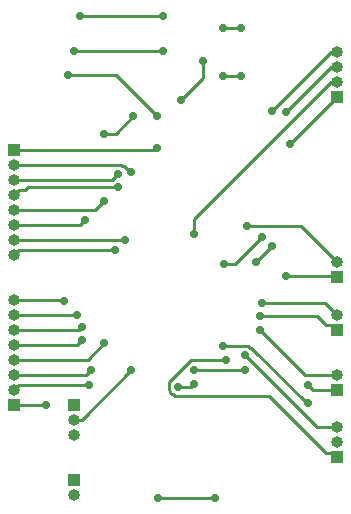
<source format=gbl>
%TF.GenerationSoftware,KiCad,Pcbnew,4.0.6*%
%TF.CreationDate,2017-05-25T21:52:32-03:00*%
%TF.ProjectId,np08,6E7030382E6B696361645F7063620000,rev?*%
%TF.FileFunction,Copper,L2,Bot,Signal*%
%FSLAX46Y46*%
G04 Gerber Fmt 4.6, Leading zero omitted, Abs format (unit mm)*
G04 Created by KiCad (PCBNEW 4.0.6) date Thu May 25 21:52:32 2017*
%MOMM*%
%LPD*%
G01*
G04 APERTURE LIST*
%ADD10C,0.100000*%
%ADD11R,1.000000X1.000000*%
%ADD12O,1.000000X1.000000*%
%ADD13C,0.700000*%
%ADD14C,0.250000*%
G04 APERTURE END LIST*
D10*
D11*
X172720000Y-133350000D03*
D12*
X172720000Y-132080000D03*
X172720000Y-130810000D03*
D11*
X172720000Y-102870000D03*
D12*
X172720000Y-101600000D03*
X172720000Y-100330000D03*
X172720000Y-99060000D03*
D11*
X150495000Y-135255000D03*
D12*
X150495000Y-136525000D03*
D11*
X150495000Y-128905000D03*
D12*
X150495000Y-130175000D03*
X150495000Y-131445000D03*
D11*
X172720000Y-127635000D03*
D12*
X172720000Y-126365000D03*
D11*
X172720000Y-122555000D03*
D12*
X172720000Y-121285000D03*
D11*
X145415000Y-128905000D03*
D12*
X145415000Y-127635000D03*
X145415000Y-126365000D03*
X145415000Y-125095000D03*
X145415000Y-123825000D03*
X145415000Y-122555000D03*
X145415000Y-121285000D03*
X145415000Y-120015000D03*
D11*
X145415000Y-107315000D03*
D12*
X145415000Y-108585000D03*
X145415000Y-109855000D03*
X145415000Y-111125000D03*
X145415000Y-112395000D03*
X145415000Y-113665000D03*
X145415000Y-114935000D03*
X145415000Y-116205000D03*
D11*
X172720000Y-118110000D03*
D12*
X172720000Y-116840000D03*
D13*
X165862000Y-116840000D03*
X167259000Y-115443000D03*
X166370000Y-114681000D03*
X163195000Y-116967000D03*
X158000000Y-99000000D03*
X150500000Y-99000000D03*
X164973000Y-125984000D03*
X160655000Y-125984000D03*
X162433000Y-136779000D03*
X157607000Y-136779000D03*
X163068000Y-101092000D03*
X164592000Y-101092000D03*
X155500000Y-104500000D03*
X153000000Y-106000000D03*
X151000000Y-96000000D03*
X158000000Y-96000000D03*
X161417000Y-99822000D03*
X159512000Y-103124000D03*
X164592000Y-97028000D03*
X163068000Y-97028000D03*
X149606000Y-120142000D03*
X150749000Y-121285000D03*
X151130000Y-122301000D03*
X151130000Y-123444000D03*
X153035000Y-123698000D03*
X151892000Y-125984000D03*
X151765000Y-127254000D03*
X148082000Y-128905000D03*
X157500000Y-104500000D03*
X150000000Y-101000000D03*
X155321000Y-125984000D03*
X160655000Y-127127000D03*
X159258000Y-127381000D03*
X170307000Y-127254000D03*
X166243000Y-122555000D03*
X166243000Y-121412000D03*
X166370000Y-120269000D03*
X168783000Y-106807000D03*
X160655000Y-114427000D03*
X168402000Y-104140000D03*
X167259000Y-104013000D03*
X157480000Y-107188000D03*
X155321000Y-109220000D03*
X154178000Y-109347000D03*
X154178000Y-110490000D03*
X153035000Y-111633000D03*
X151384000Y-113284000D03*
X154813000Y-114935000D03*
X153924000Y-115824000D03*
X163322000Y-125095000D03*
X163068000Y-123952000D03*
X170307000Y-128778000D03*
X164973000Y-124714000D03*
X168402000Y-117983000D03*
X165100000Y-113792000D03*
D14*
X165862000Y-116840000D02*
X167259000Y-115443000D01*
X166370000Y-114681000D02*
X164084000Y-116967000D01*
X164084000Y-116967000D02*
X163195000Y-116967000D01*
X158000000Y-99000000D02*
X150500000Y-99000000D01*
X164973000Y-125984000D02*
X160655000Y-125984000D01*
X162433000Y-136779000D02*
X157607000Y-136779000D01*
X163068000Y-101092000D02*
X164592000Y-101092000D01*
X155500000Y-104500000D02*
X154000000Y-106000000D01*
X154000000Y-106000000D02*
X153000000Y-106000000D01*
X151000000Y-96000000D02*
X158000000Y-96000000D01*
X161417000Y-99822000D02*
X161417000Y-101219000D01*
X161417000Y-101219000D02*
X159512000Y-103124000D01*
X164592000Y-97028000D02*
X163068000Y-97028000D01*
X149606000Y-120142000D02*
X149479000Y-120015000D01*
X149479000Y-120015000D02*
X145415000Y-120015000D01*
X150749000Y-121285000D02*
X145415000Y-121285000D01*
X151130000Y-122301000D02*
X150876000Y-122555000D01*
X150876000Y-122555000D02*
X145415000Y-122555000D01*
X151130000Y-123444000D02*
X150749000Y-123825000D01*
X150749000Y-123825000D02*
X145415000Y-123825000D01*
X153035000Y-123698000D02*
X151638000Y-125095000D01*
X151638000Y-125095000D02*
X145415000Y-125095000D01*
X151892000Y-125984000D02*
X151511000Y-126365000D01*
X151511000Y-126365000D02*
X145415000Y-126365000D01*
X145415000Y-127635000D02*
X145796000Y-127254000D01*
X145796000Y-127254000D02*
X151765000Y-127254000D01*
X148082000Y-128905000D02*
X145415000Y-128905000D01*
X157500000Y-104500000D02*
X154000000Y-101000000D01*
X154000000Y-101000000D02*
X150000000Y-101000000D01*
X155321000Y-125984000D02*
X151130000Y-130175000D01*
X151130000Y-130175000D02*
X150495000Y-130175000D01*
X160655000Y-127127000D02*
X160401000Y-127381000D01*
X160401000Y-127381000D02*
X159258000Y-127381000D01*
X170307000Y-127254000D02*
X170688000Y-127635000D01*
X170688000Y-127635000D02*
X172720000Y-127635000D01*
X166243000Y-122555000D02*
X170053000Y-126365000D01*
X170053000Y-126365000D02*
X172720000Y-126365000D01*
X172720000Y-122555000D02*
X172339000Y-122174000D01*
X172339000Y-122174000D02*
X171831000Y-122174000D01*
X171831000Y-122174000D02*
X171069000Y-121412000D01*
X171069000Y-121412000D02*
X166243000Y-121412000D01*
X172720000Y-121285000D02*
X171704000Y-120269000D01*
X171704000Y-120269000D02*
X166370000Y-120269000D01*
X172720000Y-102870000D02*
X168783000Y-106807000D01*
X160655000Y-114427000D02*
X160655000Y-113157000D01*
X160655000Y-113157000D02*
X172212000Y-101600000D01*
X172212000Y-101600000D02*
X172720000Y-101600000D01*
X168402000Y-104140000D02*
X172212000Y-100330000D01*
X172212000Y-100330000D02*
X172720000Y-100330000D01*
X167259000Y-104013000D02*
X172212000Y-99060000D01*
X172212000Y-99060000D02*
X172720000Y-99060000D01*
X157480000Y-107188000D02*
X157353000Y-107315000D01*
X157353000Y-107315000D02*
X145415000Y-107315000D01*
X145415000Y-108585000D02*
X154432000Y-108585000D01*
X154432000Y-108585000D02*
X154559000Y-108712000D01*
X154559000Y-108712000D02*
X154686000Y-108712000D01*
X154686000Y-108712000D02*
X155194000Y-109220000D01*
X155194000Y-109220000D02*
X155321000Y-109220000D01*
X154178000Y-109347000D02*
X153670000Y-109855000D01*
X153670000Y-109855000D02*
X145415000Y-109855000D01*
X145415000Y-111125000D02*
X145796000Y-110744000D01*
X145796000Y-110744000D02*
X146304000Y-110744000D01*
X146304000Y-110744000D02*
X146558000Y-110490000D01*
X146558000Y-110490000D02*
X154178000Y-110490000D01*
X153035000Y-111633000D02*
X152273000Y-112395000D01*
X152273000Y-112395000D02*
X145415000Y-112395000D01*
X151384000Y-113284000D02*
X151003000Y-113665000D01*
X151003000Y-113665000D02*
X145415000Y-113665000D01*
X154813000Y-114935000D02*
X145415000Y-114935000D01*
X145415000Y-116205000D02*
X145796000Y-115824000D01*
X145796000Y-115824000D02*
X153924000Y-115824000D01*
X172720000Y-133350000D02*
X172339000Y-132969000D01*
X172339000Y-132969000D02*
X171831000Y-132969000D01*
X171831000Y-132969000D02*
X167005000Y-128143000D01*
X167005000Y-128143000D02*
X159004000Y-128143000D01*
X159004000Y-128143000D02*
X158877000Y-128016000D01*
X158877000Y-128016000D02*
X158750000Y-128016000D01*
X158750000Y-128016000D02*
X158623000Y-127889000D01*
X158623000Y-127889000D02*
X158623000Y-127762000D01*
X158623000Y-127762000D02*
X158496000Y-127635000D01*
X158496000Y-127635000D02*
X158496000Y-127000000D01*
X158496000Y-127000000D02*
X160401000Y-125095000D01*
X160401000Y-125095000D02*
X163322000Y-125095000D01*
X163068000Y-123952000D02*
X165227000Y-123952000D01*
X165227000Y-123952000D02*
X165354000Y-124079000D01*
X165354000Y-124079000D02*
X165481000Y-124079000D01*
X165481000Y-124079000D02*
X170180000Y-128778000D01*
X170180000Y-128778000D02*
X170307000Y-128778000D01*
X164973000Y-124714000D02*
X171069000Y-130810000D01*
X171069000Y-130810000D02*
X172720000Y-130810000D01*
X172720000Y-118110000D02*
X172593000Y-117983000D01*
X172593000Y-117983000D02*
X168402000Y-117983000D01*
X172720000Y-116840000D02*
X169672000Y-113792000D01*
X169672000Y-113792000D02*
X165100000Y-113792000D01*
M02*

</source>
